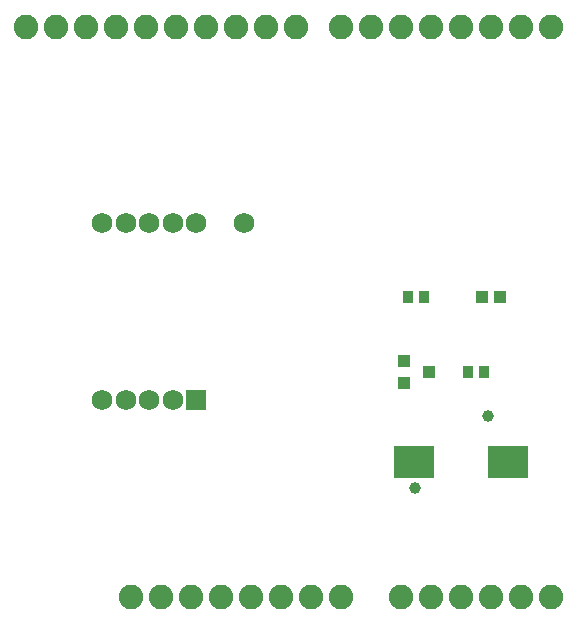
<source format=gts>
G75*
%MOIN*%
%OFA0B0*%
%FSLAX25Y25*%
%IPPOS*%
%LPD*%
%AMOC8*
5,1,8,0,0,1.08239X$1,22.5*
%
%ADD10C,0.08200*%
%ADD11R,0.03950X0.03950*%
%ADD12R,0.04343X0.03950*%
%ADD13R,0.03556X0.04343*%
%ADD14R,0.13398X0.10643*%
%ADD15C,0.03950*%
%ADD16R,0.06800X0.06800*%
%ADD17C,0.06800*%
D10*
X0523333Y0201500D03*
X0533333Y0201500D03*
X0543333Y0201500D03*
X0553333Y0201500D03*
X0563333Y0201500D03*
X0573333Y0201500D03*
X0583333Y0201500D03*
X0593333Y0201500D03*
X0603333Y0201500D03*
X0613333Y0201500D03*
X0628333Y0201500D03*
X0638333Y0201500D03*
X0648333Y0201500D03*
X0658333Y0201500D03*
X0668333Y0201500D03*
X0678333Y0201500D03*
X0688333Y0201500D03*
X0698333Y0201500D03*
X0698333Y0011500D03*
X0688333Y0011500D03*
X0678333Y0011500D03*
X0668333Y0011500D03*
X0658333Y0011500D03*
X0648333Y0011500D03*
X0628333Y0011500D03*
X0618333Y0011500D03*
X0608333Y0011500D03*
X0598333Y0011500D03*
X0588333Y0011500D03*
X0578333Y0011500D03*
X0568333Y0011500D03*
X0558333Y0011500D03*
D11*
X0675381Y0111500D03*
X0681286Y0111500D03*
D12*
X0649396Y0090240D03*
X0657664Y0086500D03*
X0649396Y0082760D03*
D13*
X0670774Y0086500D03*
X0675892Y0086500D03*
X0655892Y0111500D03*
X0650774Y0111500D03*
D14*
X0652585Y0056500D03*
X0684081Y0056500D03*
D15*
X0677192Y0071854D03*
X0652979Y0047642D03*
D16*
X0580144Y0076972D03*
D17*
X0572270Y0076972D03*
X0564396Y0076972D03*
X0556522Y0076972D03*
X0548648Y0076972D03*
X0548648Y0136028D03*
X0556522Y0136028D03*
X0564396Y0136028D03*
X0572270Y0136028D03*
X0580144Y0136028D03*
X0595892Y0136028D03*
M02*

</source>
